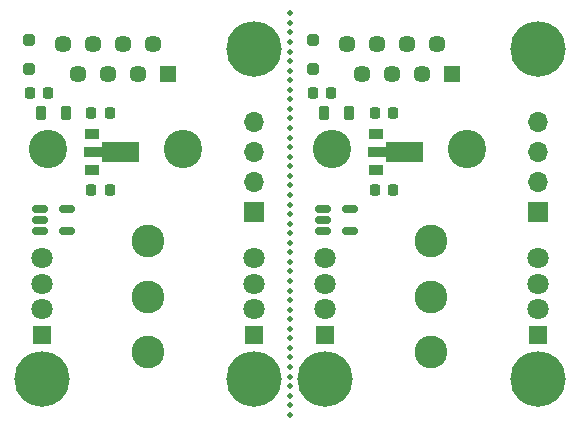
<source format=gbr>
%TF.GenerationSoftware,KiCad,Pcbnew,7.0.10*%
%TF.CreationDate,2025-01-30T23:55:36+01:00*%
%TF.ProjectId,DoublePanel_MouseBites,446f7562-6c65-4506-916e-656c5f4d6f75,rev?*%
%TF.SameCoordinates,Original*%
%TF.FileFunction,Soldermask,Top*%
%TF.FilePolarity,Negative*%
%FSLAX46Y46*%
G04 Gerber Fmt 4.6, Leading zero omitted, Abs format (unit mm)*
G04 Created by KiCad (PCBNEW 7.0.10) date 2025-01-30 23:55:36*
%MOMM*%
%LPD*%
G01*
G04 APERTURE LIST*
G04 Aperture macros list*
%AMRoundRect*
0 Rectangle with rounded corners*
0 $1 Rounding radius*
0 $2 $3 $4 $5 $6 $7 $8 $9 X,Y pos of 4 corners*
0 Add a 4 corners polygon primitive as box body*
4,1,4,$2,$3,$4,$5,$6,$7,$8,$9,$2,$3,0*
0 Add four circle primitives for the rounded corners*
1,1,$1+$1,$2,$3*
1,1,$1+$1,$4,$5*
1,1,$1+$1,$6,$7*
1,1,$1+$1,$8,$9*
0 Add four rect primitives between the rounded corners*
20,1,$1+$1,$2,$3,$4,$5,0*
20,1,$1+$1,$4,$5,$6,$7,0*
20,1,$1+$1,$6,$7,$8,$9,0*
20,1,$1+$1,$8,$9,$2,$3,0*%
%AMFreePoly0*
4,1,9,3.862500,-0.866500,0.737500,-0.866500,0.737500,-0.450000,-0.737500,-0.450000,-0.737500,0.450000,0.737500,0.450000,0.737500,0.866500,3.862500,0.866500,3.862500,-0.866500,3.862500,-0.866500,$1*%
G04 Aperture macros list end*
%ADD10R,1.500000X1.500000*%
%ADD11C,1.800000*%
%ADD12C,0.500000*%
%ADD13RoundRect,0.250000X0.250000X-0.250000X0.250000X0.250000X-0.250000X0.250000X-0.250000X-0.250000X0*%
%ADD14RoundRect,0.225000X-0.225000X-0.250000X0.225000X-0.250000X0.225000X0.250000X-0.225000X0.250000X0*%
%ADD15C,4.700000*%
%ADD16RoundRect,0.150000X-0.512500X-0.150000X0.512500X-0.150000X0.512500X0.150000X-0.512500X0.150000X0*%
%ADD17C,2.775000*%
%ADD18RoundRect,0.218750X-0.218750X-0.381250X0.218750X-0.381250X0.218750X0.381250X-0.218750X0.381250X0*%
%ADD19R,1.300000X0.900000*%
%ADD20FreePoly0,0.000000*%
%ADD21R,1.700000X1.700000*%
%ADD22O,1.700000X1.700000*%
%ADD23C,3.250000*%
%ADD24R,1.446000X1.446000*%
%ADD25C,1.446000*%
G04 APERTURE END LIST*
D10*
%TO.C,D3*%
X145500000Y-47238500D03*
D11*
X145500000Y-45079500D03*
X145500000Y-42920500D03*
X145500000Y-40761500D03*
%TD*%
D10*
%TO.C,D3*%
X169500000Y-47238500D03*
D11*
X169500000Y-45079500D03*
X169500000Y-42920500D03*
X169500000Y-40761500D03*
%TD*%
D10*
%TO.C,D1*%
X127500000Y-47238500D03*
D11*
X127500000Y-45079500D03*
X127500000Y-42920500D03*
X127500000Y-40761500D03*
%TD*%
D10*
%TO.C,D1*%
X151500000Y-47238500D03*
D11*
X151500000Y-45079500D03*
X151500000Y-42920500D03*
X151500000Y-40761500D03*
%TD*%
D12*
%TO.C,KiKit_MB_1_34*%
X148500000Y-46714285D03*
%TD*%
%TO.C,KiKit_MB_1_25*%
X148500000Y-39428571D03*
%TD*%
D13*
%TO.C,D2*%
X150470000Y-24750000D03*
X150470000Y-22250000D03*
%TD*%
D12*
%TO.C,KiKit_MB_1_1*%
X148500000Y-20000000D03*
%TD*%
%TO.C,KiKit_MB_1_38*%
X148500000Y-49952380D03*
%TD*%
%TO.C,KiKit_MB_1_18*%
X148500000Y-33761905D03*
%TD*%
%TO.C,KiKit_MB_1_32*%
X148500000Y-45095238D03*
%TD*%
D14*
%TO.C,C2*%
X155725000Y-35000000D03*
X157275000Y-35000000D03*
%TD*%
D12*
%TO.C,KiKit_MB_1_20*%
X148500000Y-35380953D03*
%TD*%
%TO.C,KiKit_MB_1_13*%
X148500000Y-29714286D03*
%TD*%
%TO.C,KiKit_MB_1_30*%
X148500000Y-43476190D03*
%TD*%
%TO.C,KiKit_MB_1_35*%
X148500000Y-47523809D03*
%TD*%
D15*
%TO.C,H1*%
X169500000Y-23000000D03*
%TD*%
D12*
%TO.C,KiKit_MB_1_3*%
X148500000Y-21619048D03*
%TD*%
%TO.C,KiKit_MB_1_26*%
X148500000Y-40238095D03*
%TD*%
D16*
%TO.C,U2*%
X151362500Y-36550000D03*
X151362500Y-37500000D03*
X151362500Y-38450000D03*
X153637500Y-38450000D03*
X153637500Y-36550000D03*
%TD*%
D15*
%TO.C,H2*%
X127500000Y-51000000D03*
%TD*%
D12*
%TO.C,KiKit_MB_1_41*%
X148500000Y-52380952D03*
%TD*%
%TO.C,KiKit_MB_1_15*%
X148500000Y-31333334D03*
%TD*%
%TO.C,KiKit_MB_1_17*%
X148500000Y-32952381D03*
%TD*%
%TO.C,KiKit_MB_1_5*%
X148500000Y-23238096D03*
%TD*%
%TO.C,KiKit_MB_1_12*%
X148500000Y-28904762D03*
%TD*%
%TO.C,KiKit_MB_1_10*%
X148500000Y-27285715D03*
%TD*%
%TO.C,KiKit_MB_1_43*%
X148500000Y-54000000D03*
%TD*%
%TO.C,KiKit_MB_1_29*%
X148500000Y-42666666D03*
%TD*%
%TO.C,KiKit_MB_1_19*%
X148500000Y-34571429D03*
%TD*%
%TO.C,KiKit_MB_1_28*%
X148500000Y-41857142D03*
%TD*%
D14*
%TO.C,C1*%
X155725000Y-28438000D03*
X157275000Y-28438000D03*
%TD*%
D12*
%TO.C,KiKit_MB_1_22*%
X148500000Y-37000000D03*
%TD*%
D15*
%TO.C,H3*%
X169500000Y-51000000D03*
%TD*%
D12*
%TO.C,KiKit_MB_1_11*%
X148500000Y-28095239D03*
%TD*%
D15*
%TO.C,H2*%
X151500000Y-51000000D03*
%TD*%
D12*
%TO.C,KiKit_MB_1_21*%
X148500000Y-36190477D03*
%TD*%
%TO.C,KiKit_MB_1_23*%
X148500000Y-37809523D03*
%TD*%
%TO.C,KiKit_MB_1_31*%
X148500000Y-44285714D03*
%TD*%
%TO.C,KiKit_MB_1_39*%
X148500000Y-50761904D03*
%TD*%
D15*
%TO.C,H3*%
X145500000Y-51000000D03*
%TD*%
D14*
%TO.C,C3*%
X126498000Y-26787000D03*
X128048000Y-26787000D03*
%TD*%
D17*
%TO.C,S1*%
X136500000Y-48700000D03*
X136500000Y-44000000D03*
X136500000Y-39300000D03*
%TD*%
D18*
%TO.C,L1*%
X151437500Y-28438000D03*
X153562500Y-28438000D03*
%TD*%
D14*
%TO.C,C1*%
X131725000Y-28438000D03*
X133275000Y-28438000D03*
%TD*%
D13*
%TO.C,D2*%
X126470000Y-24750000D03*
X126470000Y-22250000D03*
%TD*%
D12*
%TO.C,KiKit_MB_1_8*%
X148500000Y-25666667D03*
%TD*%
%TO.C,KiKit_MB_1_42*%
X148500000Y-53190476D03*
%TD*%
%TO.C,KiKit_MB_1_7*%
X148500000Y-24857143D03*
%TD*%
%TO.C,KiKit_MB_1_4*%
X148500000Y-22428572D03*
%TD*%
%TO.C,KiKit_MB_1_36*%
X148500000Y-48333333D03*
%TD*%
%TO.C,KiKit_MB_1_37*%
X148500000Y-49142857D03*
%TD*%
%TO.C,KiKit_MB_1_24*%
X148500000Y-38619047D03*
%TD*%
D19*
%TO.C,U1*%
X155800000Y-30239000D03*
D20*
X155887500Y-31739000D03*
D19*
X155800000Y-33239000D03*
%TD*%
D12*
%TO.C,KiKit_MB_1_14*%
X148500000Y-30523810D03*
%TD*%
%TO.C,KiKit_MB_1_27*%
X148500000Y-41047619D03*
%TD*%
D14*
%TO.C,C2*%
X131725000Y-35000000D03*
X133275000Y-35000000D03*
%TD*%
D12*
%TO.C,KiKit_MB_1_2*%
X148500000Y-20809524D03*
%TD*%
D14*
%TO.C,C3*%
X150498000Y-26787000D03*
X152048000Y-26787000D03*
%TD*%
D15*
%TO.C,H1*%
X145500000Y-23000000D03*
%TD*%
D12*
%TO.C,KiKit_MB_1_6*%
X148500000Y-24047620D03*
%TD*%
D17*
%TO.C,S1*%
X160500000Y-48700000D03*
X160500000Y-44000000D03*
X160500000Y-39300000D03*
%TD*%
D16*
%TO.C,U2*%
X127362500Y-36550000D03*
X127362500Y-37500000D03*
X127362500Y-38450000D03*
X129637500Y-38450000D03*
X129637500Y-36550000D03*
%TD*%
D12*
%TO.C,KiKit_MB_1_33*%
X148500000Y-45904761D03*
%TD*%
%TO.C,KiKit_MB_1_40*%
X148500000Y-51571428D03*
%TD*%
%TO.C,KiKit_MB_1_16*%
X148500000Y-32142858D03*
%TD*%
D18*
%TO.C,L1*%
X127437500Y-28438000D03*
X129562500Y-28438000D03*
%TD*%
D12*
%TO.C,KiKit_MB_1_9*%
X148500000Y-26476191D03*
%TD*%
D19*
%TO.C,U1*%
X131800000Y-30239000D03*
D20*
X131887500Y-31739000D03*
D19*
X131800000Y-33239000D03*
%TD*%
D21*
%TO.C,J2*%
X145500000Y-36800000D03*
D22*
X145500000Y-34260000D03*
X145500000Y-31720000D03*
X145500000Y-29180000D03*
%TD*%
D21*
%TO.C,J2*%
X169500000Y-36800000D03*
D22*
X169500000Y-34260000D03*
X169500000Y-31720000D03*
X169500000Y-29180000D03*
%TD*%
D23*
%TO.C,J1*%
X139500000Y-31500000D03*
X128070000Y-31500000D03*
D24*
X138230000Y-25150000D03*
D25*
X136960000Y-22610000D03*
X135690000Y-25150000D03*
X134420000Y-22610000D03*
X133150000Y-25150000D03*
X131880000Y-22610000D03*
X130610000Y-25150000D03*
X129340000Y-22610000D03*
%TD*%
D23*
%TO.C,J1*%
X163500000Y-31500000D03*
X152070000Y-31500000D03*
D24*
X162230000Y-25150000D03*
D25*
X160960000Y-22610000D03*
X159690000Y-25150000D03*
X158420000Y-22610000D03*
X157150000Y-25150000D03*
X155880000Y-22610000D03*
X154610000Y-25150000D03*
X153340000Y-22610000D03*
%TD*%
M02*

</source>
